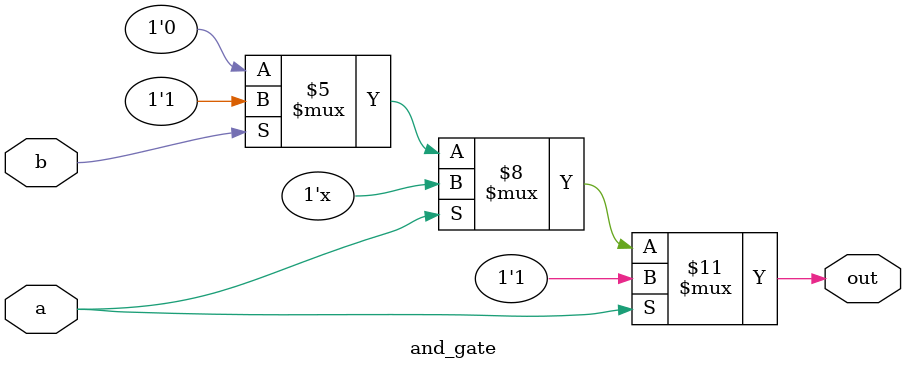
<source format=v>

module and_gate( 
    input a, 
    input b, 
    output out );

    // assing the AND of a and b to out
 
always @ (a or b)
	if(a == 1'b1)
	begin
	out = 1'b1;
	end
	else
	if(b == 1'b1)
	begin
	out = 1'b1;
	end
	else
	begin
	out = 1'b0;
	end
endmodule

</source>
